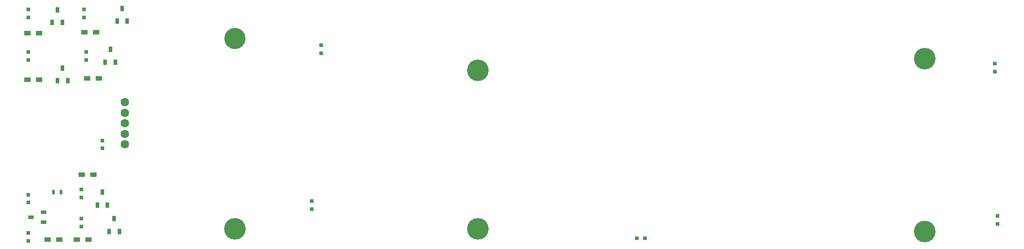
<source format=gts>
G04 #@! TF.FileFunction,Soldermask,Top*
%FSLAX46Y46*%
G04 Gerber Fmt 4.6, Leading zero omitted, Abs format (unit mm)*
G04 Created by KiCad (PCBNEW (2015-07-16 BZR 5955, Git 27eafcb)-product) date 2015-10-11 14:13:05*
%MOMM*%
G01*
G04 APERTURE LIST*
%ADD10C,0.100000*%
%ADD11R,0.750000X0.800000*%
%ADD12R,0.800000X0.750000*%
%ADD13C,1.600000*%
%ADD14R,0.797560X0.797560*%
%ADD15R,0.500000X0.900000*%
%ADD16R,1.200000X0.900000*%
%ADD17R,1.000000X0.700000*%
%ADD18R,0.700000X1.000000*%
%ADD19C,4.000000*%
%ADD20C,4.064000*%
G04 APERTURE END LIST*
D10*
D11*
X77250000Y-75250000D03*
X77250000Y-76750000D03*
X118500000Y-58750000D03*
X118500000Y-57250000D03*
X116750000Y-88250000D03*
X116750000Y-86750000D03*
D12*
X179500000Y-93750000D03*
X178000000Y-93750000D03*
D11*
X245500000Y-62250000D03*
X245500000Y-60750000D03*
X246000000Y-91000000D03*
X246000000Y-89500000D03*
D13*
X81500000Y-68000000D03*
X81500000Y-70000000D03*
X81500000Y-72000000D03*
X81500000Y-74000000D03*
X81500000Y-76000000D03*
D14*
X63250000Y-86999300D03*
X63250000Y-85500700D03*
X63250000Y-92750700D03*
X63250000Y-94249300D03*
D15*
X68000000Y-85000000D03*
X69500000Y-85000000D03*
D16*
X66900000Y-94000000D03*
X69100000Y-94000000D03*
D17*
X66200000Y-90700000D03*
X66200000Y-88800000D03*
X63800000Y-89750000D03*
D14*
X63250000Y-50500700D03*
X63250000Y-51999300D03*
X63250000Y-58500700D03*
X63250000Y-59999300D03*
X73250000Y-85999300D03*
X73250000Y-84500700D03*
X73250000Y-90000700D03*
X73250000Y-91499300D03*
X73750000Y-50500700D03*
X73750000Y-51999300D03*
X74250000Y-58500700D03*
X74250000Y-59999300D03*
D18*
X67800000Y-52950000D03*
X69700000Y-52950000D03*
X68750000Y-50550000D03*
X68800000Y-63950000D03*
X70700000Y-63950000D03*
X69750000Y-61550000D03*
X76300000Y-87450000D03*
X78200000Y-87450000D03*
X77250000Y-85050000D03*
X78550000Y-92450000D03*
X80450000Y-92450000D03*
X79500000Y-90050000D03*
X80050000Y-52700000D03*
X81950000Y-52700000D03*
X81000000Y-50300000D03*
X77800000Y-60450000D03*
X79700000Y-60450000D03*
X78750000Y-58050000D03*
D16*
X63150000Y-55000000D03*
X65350000Y-55000000D03*
X63150000Y-63750000D03*
X65350000Y-63750000D03*
X73400000Y-81750000D03*
X75600000Y-81750000D03*
X74600000Y-94000000D03*
X72400000Y-94000000D03*
X73900000Y-54750000D03*
X76100000Y-54750000D03*
X74400000Y-63500000D03*
X76600000Y-63500000D03*
D19*
X102250000Y-56000000D03*
D20*
X102250000Y-92000000D03*
X148000000Y-92000000D03*
X232250000Y-92500000D03*
X232250000Y-59750000D03*
X148000000Y-62000000D03*
M02*

</source>
